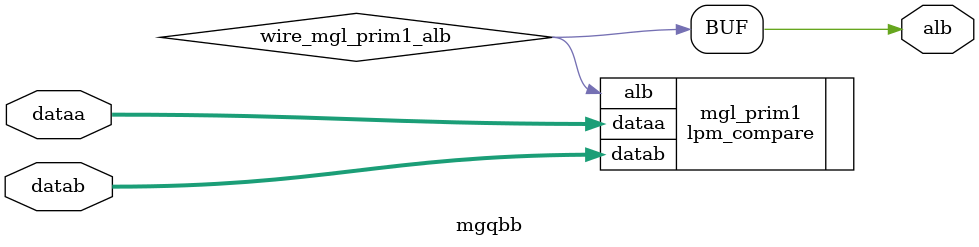
<source format=v>






//synthesis_resources = lpm_compare 1 
//synopsys translate_off
`timescale 1 ps / 1 ps
//synopsys translate_on
module  mgqbb
	( 
	alb,
	dataa,
	datab) /* synthesis synthesis_clearbox=1 */;
	output   alb;
	input   [19:0]  dataa;
	input   [19:0]  datab;

	wire  wire_mgl_prim1_alb;

	lpm_compare   mgl_prim1
	( 
	.alb(wire_mgl_prim1_alb),
	.dataa(dataa),
	.datab(datab));
	defparam
		mgl_prim1.lpm_representation = "UNSIGNED",
		mgl_prim1.lpm_type = "LPM_COMPARE",
		mgl_prim1.lpm_width = 20;
	assign
		alb = wire_mgl_prim1_alb;
endmodule //mgqbb
//VALID FILE

</source>
